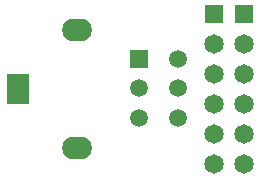
<source format=gts>
%FSLAX33Y33*%
%MOMM*%
%AMRR-H1920000-W2520000-R960000-RO0.000*
21,1,0.6,1.92,0.,0.,360*
1,1,1.92,-0.3,0.*
1,1,1.92,0.3,0.*
1,1,1.92,0.3,-0.*
1,1,1.92,-0.3,0.*%
%AMRect-W1500000-H1500000-RO0.500*
21,1,1.5,1.5,0.,0.,270*%
%ADD10R,1.65X1.65*%
%ADD11C,1.65*%
%ADD12R,1.92X2.52*%
%ADD13RR-H1920000-W2520000-R960000-RO0.000*%
%ADD14C,1.5*%
%ADD15Rect-W1500000-H1500000-RO0.500*%
D10*
%LNtop solder mask_traces*%
%LNtop solder mask component c2d88ae8127456ea*%
G01*
X22540Y15100D03*
D11*
X22540Y12560D03*
X22540Y10020D03*
X22540Y7480D03*
X22540Y4940D03*
X22540Y2400D03*
%LNtop solder mask component c722fa041d0273cc*%
D12*
X3350Y8750D03*
D13*
X8350Y3750D03*
X8350Y13750D03*
%LNtop solder mask component 6aa30f8fa41a1bc1*%
D10*
X20000Y15100D03*
D11*
X20000Y12560D03*
X20000Y10020D03*
X20000Y7480D03*
X20000Y4940D03*
X20000Y2400D03*
%LNtop solder mask component a2ea2ed2c523916f*%
D14*
X13650Y8825D03*
X13650Y6325D03*
X16950Y6325D03*
X16950Y8825D03*
X16950Y11325D03*
D15*
X13650Y11325D03*
M02*
</source>
